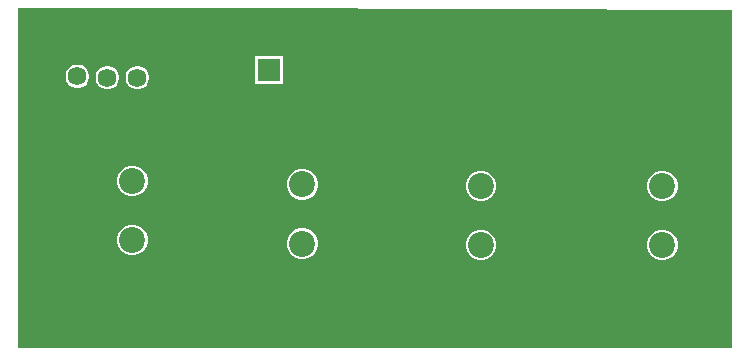
<source format=gbl>
G04*
G04 #@! TF.GenerationSoftware,Altium Limited,Altium Designer,21.7.2 (23)*
G04*
G04 Layer_Physical_Order=2*
G04 Layer_Color=16711680*
%FSLAX25Y25*%
%MOIN*%
G70*
G04*
G04 #@! TF.SameCoordinates,8D50E169-6EBF-4F53-8ABA-2A95F56EF69C*
G04*
G04*
G04 #@! TF.FilePolarity,Positive*
G04*
G01*
G75*
%ADD19C,0.12598*%
%ADD20R,0.07677X0.07677*%
%ADD21C,0.07677*%
%ADD22R,0.06260X0.06260*%
%ADD23C,0.06260*%
%ADD24C,0.08661*%
%ADD25C,0.02756*%
G36*
X340000Y498500D02*
Y386000D01*
X102000D01*
Y499197D01*
X174062D01*
X340000Y498500D01*
D02*
G37*
%LPC*%
G36*
X190284Y483126D02*
X181032D01*
Y473874D01*
X190284D01*
Y483126D01*
D02*
G37*
G36*
X122360Y480311D02*
X121329D01*
X120332Y480044D01*
X119439Y479528D01*
X118710Y478799D01*
X118194Y477906D01*
X117927Y476909D01*
Y475878D01*
X118194Y474882D01*
X118710Y473988D01*
X119439Y473259D01*
X120332Y472743D01*
X121329Y472476D01*
X122360D01*
X123356Y472743D01*
X124250Y473259D01*
X124979Y473988D01*
X125495Y474882D01*
X125762Y475878D01*
Y476909D01*
X125495Y477906D01*
X124979Y478799D01*
X124250Y479528D01*
X123356Y480044D01*
X122360Y480311D01*
D02*
G37*
G36*
X142360Y479917D02*
X141329D01*
X140332Y479650D01*
X139439Y479135D01*
X138710Y478405D01*
X138194Y477512D01*
X137927Y476516D01*
Y475484D01*
X138194Y474488D01*
X138710Y473595D01*
X139439Y472865D01*
X140332Y472350D01*
X141329Y472083D01*
X142360D01*
X143357Y472350D01*
X144250Y472865D01*
X144979Y473595D01*
X145495Y474488D01*
X145762Y475484D01*
Y476516D01*
X145495Y477512D01*
X144979Y478405D01*
X144250Y479135D01*
X143357Y479650D01*
X142360Y479917D01*
D02*
G37*
G36*
X132360D02*
X131329D01*
X130332Y479650D01*
X129439Y479135D01*
X128710Y478405D01*
X128194Y477512D01*
X127927Y476516D01*
Y475484D01*
X128194Y474488D01*
X128710Y473595D01*
X129439Y472865D01*
X130332Y472350D01*
X131329Y472083D01*
X132360D01*
X133356Y472350D01*
X134250Y472865D01*
X134979Y473595D01*
X135495Y474488D01*
X135762Y475484D01*
Y476516D01*
X135495Y477512D01*
X134979Y478405D01*
X134250Y479135D01*
X133356Y479650D01*
X132360Y479917D01*
D02*
G37*
G36*
X140859Y446618D02*
X139511D01*
X138209Y446269D01*
X137042Y445596D01*
X136090Y444643D01*
X135416Y443475D01*
X135067Y442174D01*
Y440826D01*
X135416Y439525D01*
X136090Y438357D01*
X137042Y437404D01*
X138209Y436731D01*
X139511Y436382D01*
X140859D01*
X142161Y436731D01*
X143328Y437404D01*
X144281Y438357D01*
X144954Y439525D01*
X145303Y440826D01*
Y442174D01*
X144954Y443475D01*
X144281Y444643D01*
X143328Y445596D01*
X142161Y446269D01*
X140859Y446618D01*
D02*
G37*
G36*
X197516Y445461D02*
X196169D01*
X194867Y445112D01*
X193700Y444438D01*
X192747Y443485D01*
X192073Y442318D01*
X191724Y441016D01*
Y439669D01*
X192073Y438367D01*
X192747Y437200D01*
X193700Y436247D01*
X194867Y435573D01*
X196169Y435224D01*
X197516D01*
X198818Y435573D01*
X199985Y436247D01*
X200938Y437200D01*
X201612Y438367D01*
X201961Y439669D01*
Y441016D01*
X201612Y442318D01*
X200938Y443485D01*
X199985Y444438D01*
X198818Y445112D01*
X197516Y445461D01*
D02*
G37*
G36*
X317516Y444961D02*
X316169D01*
X314867Y444612D01*
X313700Y443938D01*
X312747Y442985D01*
X312073Y441818D01*
X311724Y440516D01*
Y439169D01*
X312073Y437867D01*
X312747Y436700D01*
X313700Y435747D01*
X314867Y435073D01*
X316169Y434724D01*
X317516D01*
X318818Y435073D01*
X319985Y435747D01*
X320938Y436700D01*
X321612Y437867D01*
X321961Y439169D01*
Y440516D01*
X321612Y441818D01*
X320938Y442985D01*
X319985Y443938D01*
X318818Y444612D01*
X317516Y444961D01*
D02*
G37*
G36*
X257016D02*
X255669D01*
X254367Y444612D01*
X253200Y443938D01*
X252247Y442985D01*
X251573Y441818D01*
X251224Y440516D01*
Y439169D01*
X251573Y437867D01*
X252247Y436700D01*
X253200Y435747D01*
X254367Y435073D01*
X255669Y434724D01*
X257016D01*
X258318Y435073D01*
X259485Y435747D01*
X260438Y436700D01*
X261112Y437867D01*
X261461Y439169D01*
Y440516D01*
X261112Y441818D01*
X260438Y442985D01*
X259485Y443938D01*
X258318Y444612D01*
X257016Y444961D01*
D02*
G37*
G36*
X140859Y426933D02*
X139511D01*
X138209Y426584D01*
X137042Y425911D01*
X136090Y424958D01*
X135416Y423791D01*
X135067Y422489D01*
Y421141D01*
X135416Y419839D01*
X136090Y418672D01*
X137042Y417720D01*
X138209Y417046D01*
X139511Y416697D01*
X140859D01*
X142161Y417046D01*
X143328Y417720D01*
X144281Y418672D01*
X144954Y419839D01*
X145303Y421141D01*
Y422489D01*
X144954Y423791D01*
X144281Y424958D01*
X143328Y425911D01*
X142161Y426584D01*
X140859Y426933D01*
D02*
G37*
G36*
X197516Y425776D02*
X196169D01*
X194867Y425427D01*
X193700Y424753D01*
X192747Y423800D01*
X192073Y422633D01*
X191724Y421331D01*
Y419984D01*
X192073Y418682D01*
X192747Y417515D01*
X193700Y416562D01*
X194867Y415888D01*
X196169Y415539D01*
X197516D01*
X198818Y415888D01*
X199985Y416562D01*
X200938Y417515D01*
X201612Y418682D01*
X201961Y419984D01*
Y421331D01*
X201612Y422633D01*
X200938Y423800D01*
X199985Y424753D01*
X198818Y425427D01*
X197516Y425776D01*
D02*
G37*
G36*
X317516Y425276D02*
X316169D01*
X314867Y424927D01*
X313700Y424253D01*
X312747Y423300D01*
X312073Y422133D01*
X311724Y420831D01*
Y419484D01*
X312073Y418182D01*
X312747Y417015D01*
X313700Y416062D01*
X314867Y415388D01*
X316169Y415039D01*
X317516D01*
X318818Y415388D01*
X319985Y416062D01*
X320938Y417015D01*
X321612Y418182D01*
X321961Y419484D01*
Y420831D01*
X321612Y422133D01*
X320938Y423300D01*
X319985Y424253D01*
X318818Y424927D01*
X317516Y425276D01*
D02*
G37*
G36*
X257016D02*
X255669D01*
X254367Y424927D01*
X253200Y424253D01*
X252247Y423300D01*
X251573Y422133D01*
X251224Y420831D01*
Y419484D01*
X251573Y418182D01*
X252247Y417015D01*
X253200Y416062D01*
X254367Y415388D01*
X255669Y415039D01*
X257016D01*
X258318Y415388D01*
X259485Y416062D01*
X260438Y417015D01*
X261112Y418182D01*
X261461Y419484D01*
Y420831D01*
X261112Y422133D01*
X260438Y423300D01*
X259485Y424253D01*
X258318Y424927D01*
X257016Y425276D01*
D02*
G37*
%LPD*%
D19*
X331500Y490500D02*
D03*
X331000Y393000D02*
D03*
X110000Y491500D02*
D03*
D20*
X185658Y478500D02*
D03*
D21*
X205343D02*
D03*
D22*
X151845Y476000D02*
D03*
D23*
X141844D02*
D03*
X131844D02*
D03*
X121844Y476394D02*
D03*
D24*
X316843Y439843D02*
D03*
Y420157D02*
D03*
X297158D02*
D03*
Y439843D02*
D03*
X140185Y441500D02*
D03*
Y421815D02*
D03*
X120500D02*
D03*
Y441500D02*
D03*
X196843Y440343D02*
D03*
Y420657D02*
D03*
X177157D02*
D03*
Y440343D02*
D03*
X256343Y439843D02*
D03*
Y420157D02*
D03*
X236658D02*
D03*
Y439843D02*
D03*
D25*
X314961Y472441D02*
D03*
X334646Y433071D02*
D03*
X314961Y393701D02*
D03*
X275591Y472441D02*
D03*
Y393701D02*
D03*
X236221Y472441D02*
D03*
Y393701D02*
D03*
X216535Y433071D02*
D03*
X196850Y393701D02*
D03*
X157480Y472441D02*
D03*
Y393701D02*
D03*
X118110D02*
D03*
M02*

</source>
